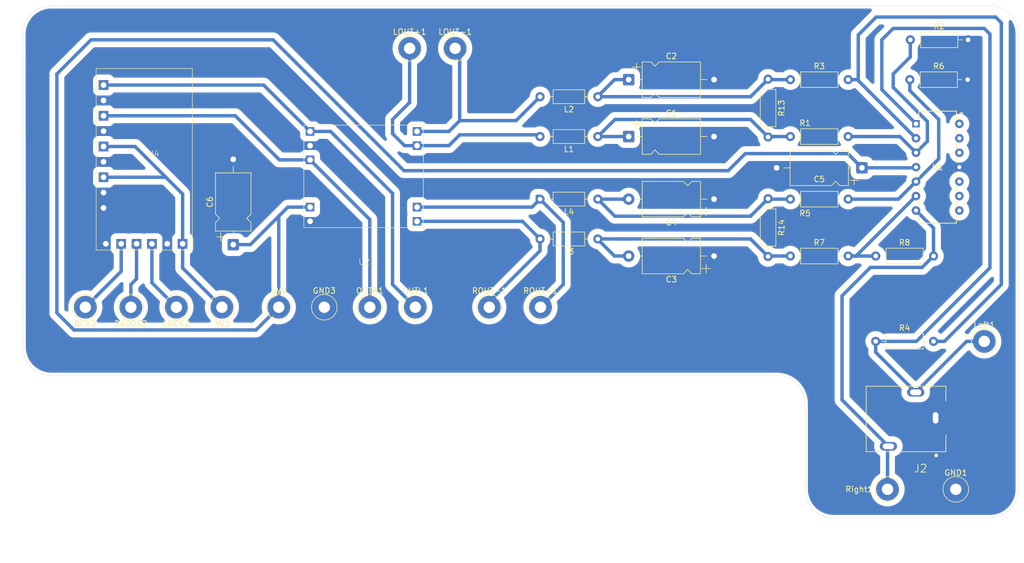
<source format=kicad_pcb>
(kicad_pcb (version 20241229) (generator "pcbnew") (generator_version "9.0")
  (layers (0 "F.Cu" signal) (2 "B.Cu" signal) (13 "F.Paste" user) (15 "B.Paste" user) (5 "F.SilkS" user "F.Silkscreen") (7 "B.SilkS" user "B.Silkscreen") (1 "F.Mask" user) (3 "B.Mask" user) (25 "Edge.Cuts" user))
  (net 0 "")
  (net 1 "BCK")
  (net 2 "GND")
  (net 3 "Net-(C1-Pad1)")
  (net 4 "Net-(C2-Pad1)")
  (net 5 "Net-(C3-Pad2)")
  (net 6 "Net-(C4-Pad2)")
  (net 7 "DADOS")
  (net 8 "Net-(U2-LOUT+)")
  (net 9 "Net-(U2-LOUT-)")
  (net 10 "Net-(U2-ROUT-)")
  (net 11 "Net-(U2-ROUT+)")
  (net 12 "LRCK")
  (net 13 "1IN+")
  (net 14 "1IN-")
  (net 15 "2IN+")
  (net 16 "2IN-")
  (net 17 "L")
  (net 18 "R")
  (net 19 "+5V")
  (net 26 "/OUTR")
  (net 27 "/OUTL")
  (net 28 "+3.3V")
  (footprint "footprintsLM324:N14" (layer "F.Cu") (at 269.62 51)
    (property "Reference" "U1" (at -3.81 -7.62 0) (layer "F.SilkS"))
    (property "Value" "LM324N")
    (fp_line (start -7.112 -17.4625) (end -7.112 -16.22044) (stroke (width 0.1524)) (layer "F.SilkS"))
    (fp_line (start -7.112 -14.25956) (end -7.112 -13.538569) (stroke (width 0.1524)) (layer "F.SilkS"))
    (fp_line (start -7.112 -11.861431) (end -7.112 -10.998569) (stroke (width 0.1524)) (layer "F.SilkS"))
    (fp_line (start -7.112 -9.321431) (end -7.112 -8.458569) (stroke (width 0.1524)) (layer "F.SilkS"))
    (fp_line (start -7.112 -6.781431) (end -7.112 -5.918569) (stroke (width 0.1524)) (layer "F.SilkS"))
    (fp_line (start -7.112 -4.241431) (end -7.112 -3.378569) (stroke (width 0.1524)) (layer "F.SilkS"))
    (fp_line (start -7.112 -1.701431) (end -7.112 -0.838569) (stroke (width 0.1524)) (layer "F.SilkS"))
    (fp_line (start -7.112 0.838569) (end -7.112 2.2225) (stroke (width 0.1524)) (layer "F.SilkS"))
    (fp_line (start -7.112 2.2225) (end -0.508 2.2225) (stroke (width 0.1524)) (layer "F.SilkS"))
    (fp_line (start -0.508 -17.4625) (end -7.112 -17.4625) (stroke (width 0.1524)) (layer "F.SilkS"))
    (fp_line (start -0.508 -16.078569) (end -0.508 -17.4625) (stroke (width 0.1524)) (layer "F.SilkS"))
    (fp_line (start -0.508 -13.538569) (end -0.508 -14.401431) (stroke (width 0.1524)) (layer "F.SilkS"))
    (fp_line (start -0.508 -10.998569) (end -0.508 -11.861431) (stroke (width 0.1524)) (layer "F.SilkS"))
    (fp_line (start -0.508 -8.458569) (end -0.508 -9.321431) (stroke (width 0.1524)) (layer "F.SilkS"))
    (fp_line (start -0.508 -5.918569) (end -0.508 -6.781431) (stroke (width 0.1524)) (layer "F.SilkS"))
    (fp_line (start -0.508 -3.378569) (end -0.508 -4.241431) (stroke (width 0.1524)) (layer "F.SilkS"))
    (fp_line (start -0.508 -0.838569) (end -0.508 -1.701431) (stroke (width 0.1524)) (layer "F.SilkS"))
    (fp_line (start -0.508 2.2225) (end -0.508 0.838569) (stroke (width 0.1524)) (layer "F.SilkS"))
    (fp_arc (start -3.5052 -17.4625) (mid -3.81 -17.1577) (end -4.1148 -17.4625) (stroke (width 0.1524)) (layer "F.SilkS"))
    (fp_text user "*" (at 0.38 -16.770534 0) (layer "F.SilkS"))
    (pad "1" thru_hole rect (at -7.62 -15.24) (size 1.2954 1.2954) (drill 0.7874) (layers "*.Cu" "*.Mask") (net 17 "L"))
    (pad "2" thru_hole circle (at -7.62 -12.7) (size 1.5 1.5) (drill 0.7) (layers "*.Cu" "*.Mask") (net 14 "1IN-"))
    (pad "3" thru_hole circle (at -7.62 -10.16) (size 1.5 1.5) (drill 0.7) (layers "*.Cu" "*.Mask") (net 13 "1IN+"))
    (pad "4" thru_hole circle (at -7.62 -7.62) (size 1.5 1.5) (drill 0.7) (layers "*.Cu" "*.Mask") (net 19 "+5V"))
    (pad "5" thru_hole circle (at -7.62 -5.08) (size 1.5 1.5) (drill 0.7) (layers "*.Cu" "*.Mask") (net 15 "2IN+"))
    (pad "6" thru_hole circle (at -7.62 -2.54) (size 1.5 1.5) (drill 0.7) (layers "*.Cu" "*.Mask") (net 16 "2IN-"))
    (pad "7" thru_hole circle (at -7.62 0) (size 1.5 1.5) (drill 0.7) (layers "*.Cu" "*.Mask") (net 18 "R"))
    (pad "8" thru_hole circle (at 0 0) (size 1.5 1.5) (drill 0.7) (layers "*.Cu" "*.Mask"))
    (pad "9" thru_hole circle (at 0 -2.54) (size 1.5 1.5) (drill 0.7) (layers "*.Cu" "*.Mask"))
    (pad "10" thru_hole circle (at 0 -5.08) (size 1.5 1.5) (drill 0.7) (layers "*.Cu" "*.Mask"))
    (pad "11" thru_hole circle (at 0 -7.62) (size 1.5 1.5) (drill 0.7) (layers "*.Cu" "*.Mask") (net 2 "GND"))
    (pad "12" thru_hole circle (at 0 -10.16) (size 1.5 1.5) (drill 0.7) (layers "*.Cu" "*.Mask"))
    (pad "13" thru_hole circle (at 0 -12.7) (size 1.5 1.5) (drill 0.7) (layers "*.Cu" "*.Mask"))
    (pad "14" thru_hole circle (at 0 -15.24) (size 1.5 1.5) (drill 0.7) (layers "*.Cu" "*.Mask"))
  )
  (footprint "TestPoint:TestPoint_THTPad_D4.0mm_Drill2.0mm" (layer "F.Cu") (at 274 74)
    (property "Reference" "Left1" (at 0 -2.898 0) (layer "F.SilkS"))
    (property "Value" "TestPoint")
    (fp_circle (center 0 0) (end 0 2.25) (stroke (width 0.12)) (fill no) (layer "F.SilkS"))
    (pad "1" thru_hole circle (at 0 0) (size 4 4) (drill 2) (layers "*.Cu" "*.Mask") (net 17 "L"))
  )
  (footprint "TestPoint:TestPoint_THTPad_D4.0mm_Drill2.0mm" (layer "F.Cu") (at 150 68)
    (property "Reference" "5V0" (at 0 -2.898 0) (layer "F.SilkS"))
    (property "Value" "TestPoint")
    (fp_circle (center 0 0) (end 0 2.25) (stroke (width 0.12)) (fill no) (layer "F.SilkS"))
    (pad "1" thru_hole circle (at 0 0) (size 4 4) (drill 2) (layers "*.Cu" "*.Mask") (net 19 "+5V"))
  )
  (footprint "Kicad components:CUI_SJ1-3513N" (layer "F.Cu") (at 265.45 87.4425 180)
    (property "Reference" "J2" (at 2.64776 -8.89831 0) (layer "F.SilkS") (effects (font (size 1.401465 1.401465))))
    (property "Value" "SJ1-3513N")
    (fp_line (start 12.2 5.55) (end -1.8 5.55) (stroke (width 0.127)) (layer "F.SilkS"))
    (fp_line (start 12.2 -5.95) (end 12.2 5.55) (stroke (width 0.127)) (layer "F.SilkS"))
    (fp_line (start -1.8 5.55) (end -1.8 3) (stroke (width 0.127)) (layer "F.SilkS"))
    (fp_line (start -1.8 -3) (end -1.8 -5.95) (stroke (width 0.127)) (layer "F.SilkS"))
    (fp_line (start -1.8 -5.95) (end 12.2 -5.95) (stroke (width 0.127)) (layer "F.SilkS"))
    (fp_circle (center -0.1 -6.6) (end 0.07 -6.6) (stroke (width 0.34)) (fill no) (layer "F.SilkS"))
    (pad "1" thru_hole oval (at 0 0 180) (size 1.508 3.016) (drill oval 1 2) (layers "*.Cu" "*.Mask") (net 2 "GND"))
    (pad "2" thru_hole oval (at 3.5 4.5 180) (size 3.016 1.508) (drill oval 2 1) (layers "*.Cu" "*.Mask") (net 17 "L"))
    (pad "3" thru_hole oval (at 8.3 -5 180) (size 3.016 1.508) (drill oval 2 1) (layers "*.Cu" "*.Mask") (net 18 "R"))
  )
  (footprint "TestPoint:TestPoint_THTPad_D4.0mm_Drill2.0mm" (layer "F.Cu") (at 269 100)
    (property "Reference" "GND1" (at 0 -2.898 0) (layer "F.SilkS"))
    (property "Value" "TestPoint")
    (fp_circle (center 0 0) (end 0 2.25) (stroke (width 0.12)) (fill no) (layer "F.SilkS"))
    (pad "1" thru_hole circle (at 0 0) (size 4 4) (drill 2) (layers "*.Cu" "*.Mask") (net 2 "GND"))
  )
  (footprint "Resistor_THT:R_Axial_DIN0207_L6.3mm_D2.5mm_P10.16mm_Horizontal" (layer "F.Cu") (at 254.92 59)
    (property "Reference" "R8" (at 5.08 -2.37 0) (layer "F.SilkS"))
    (property "Value" "820Ω")
    (fp_line (start 1.04 0) (end 1.81 0) (stroke (width 0.12)) (layer "F.SilkS"))
    (fp_line (start 9.12 0) (end 8.35 0) (stroke (width 0.12)) (layer "F.SilkS"))
    (fp_rect (start 1.81 -1.37) (end 8.35 1.37) (stroke (width 0.12)) (fill no) (layer "F.SilkS"))
    (pad "1" thru_hole circle (at 0 0) (size 1.6 1.6) (drill 0.8) (layers "*.Cu" "*.Mask") (net 16 "2IN-"))
    (pad "2" thru_hole circle (at 10.16 0) (size 1.6 1.6) (drill 0.8) (layers "*.Cu" "*.Mask") (net 18 "R"))
  )
  (footprint "TestPoint:TestPoint_THTPad_D4.0mm_Drill2.0mm" (layer "F.Cu") (at 181 22.5)
    (property "Reference" "LOUT-1" (at 0 -2.898 0) (layer "F.SilkS"))
    (property "Value" "TestPoint")
    (fp_circle (center 0 0) (end 0 2.25) (stroke (width 0.12)) (fill no) (layer "F.SilkS"))
    (pad "1" thru_hole circle (at 0 0) (size 4 4) (drill 2) (layers "*.Cu" "*.Mask") (net 9 "Net-(U2-LOUT-)"))
  )
  (footprint "TestPoint:TestPoint_THTPad_D4.0mm_Drill2.0mm" (layer "F.Cu") (at 132 68 180)
    (property "Reference" "LRCK2" (at 0 -2.898 0) (layer "F.SilkS"))
    (property "Value" "TestPoint")
    (fp_circle (center 0 0) (end 0 2.25) (stroke (width 0.12)) (fill no) (layer "F.SilkS"))
    (pad "1" thru_hole circle (at 0 0 180) (size 4 4) (drill 2) (layers "*.Cu" "*.Mask") (net 12 "LRCK"))
  )
  (footprint "Inductor_THT:L_Axial_L5.3mm_D2.2mm_P10.16mm_Horizontal_Vishay_IM-1" (layer "F.Cu") (at 206.08 31 180)
    (property "Reference" "L2" (at 5.08 -2.22 0) (layer "F.SilkS"))
    (property "Value" "10uH")
    (fp_line (start 9.12 0) (end 7.85 0) (stroke (width 0.12)) (layer "F.SilkS"))
    (fp_line (start 1.04 0) (end 2.31 0) (stroke (width 0.12)) (layer "F.SilkS"))
    (fp_rect (start 2.31 -1.22) (end 7.85 1.22) (stroke (width 0.12)) (fill no) (layer "F.SilkS"))
    (pad "1" thru_hole circle (at 0 0 180) (size 1.6 1.6) (drill 0.8) (layers "*.Cu" "*.Mask") (net 4 "Net-(C2-Pad1)"))
    (pad "2" thru_hole circle (at 10.16 0 180) (size 1.6 1.6) (drill 0.8) (layers "*.Cu" "*.Mask") (net 9 "Net-(U2-LOUT-)"))
  )
  (footprint "Capacitor_THT:CP_Axial_L10.0mm_D6.0mm_P15.00mm_Horizontal" (layer "F.Cu") (at 211.5 38)
    (property "Reference" "C1" (at 7.5 -4.12 0) (layer "F.SilkS"))
    (property "Value" "470nF")
    (fp_line (start 0.63 -2.2) (end 2.13 -2.2) (stroke (width 0.12)) (layer "F.SilkS"))
    (fp_line (start 1.24 0) (end 2.38 0) (stroke (width 0.12)) (layer "F.SilkS"))
    (fp_line (start 1.38 -2.95) (end 1.38 -1.45) (stroke (width 0.12)) (layer "F.SilkS"))
    (fp_line (start 2.38 -3.12) (end 2.38 3.12) (stroke (width 0.12)) (layer "F.SilkS"))
    (fp_line (start 2.38 -3.12) (end 3.88 -3.12) (stroke (width 0.12)) (layer "F.SilkS"))
    (fp_line (start 2.38 3.12) (end 3.88 3.12) (stroke (width 0.12)) (layer "F.SilkS"))
    (fp_line (start 3.88 -3.12) (end 4.63 -2.37) (stroke (width 0.12)) (layer "F.SilkS"))
    (fp_line (start 3.88 3.12) (end 4.63 2.37) (stroke (width 0.12)) (layer "F.SilkS"))
    (fp_line (start 4.63 -2.37) (end 5.38 -3.12) (stroke (width 0.12)) (layer "F.SilkS"))
    (fp_line (start 4.63 2.37) (end 5.38 3.12) (stroke (width 0.12)) (layer "F.SilkS"))
    (fp_line (start 5.38 -3.12) (end 12.62 -3.12) (stroke (width 0.12)) (layer "F.SilkS"))
    (fp_line (start 5.38 3.12) (end 12.62 3.12) (stroke (width 0.12)) (layer "F.SilkS"))
    (fp_line (start 12.62 -3.12) (end 12.62 3.12) (stroke (width 0.12)) (layer "F.SilkS"))
    (fp_line (start 13.76 0) (end 12.62 0) (stroke (width 0.12)) (layer "F.SilkS"))
    (pad "1" thru_hole roundrect (at 0 0) (size 2 2) (drill 1) (layers "*.Cu" "*.Mask") (roundrect_rratio 0.125) (net 3 "Net-(C1-Pad1)"))
    (pad "2" thru_hole circle (at 15 0) (size 2 2) (drill 1) (layers "*.Cu" "*.Mask") (net 2 "GND"))
  )
  (footprint "Capacitor_THT:CP_Axial_L10.0mm_D6.0mm_P15.00mm_Horizontal" (layer "F.Cu") (at 252.5 43.5 180)
    (property "Reference" "C5" (at 7.5 -2 0) (layer "F.SilkS"))
    (property "Value" "100nF")
    (fp_line (start 13.76 0) (end 12.62 0) (stroke (width 0.12)) (layer "F.SilkS"))
    (fp_line (start 12.62 -3.12) (end 12.62 3.12) (stroke (width 0.12)) (layer "F.SilkS"))
    (fp_line (start 5.38 3.12) (end 12.62 3.12) (stroke (width 0.12)) (layer "F.SilkS"))
    (fp_line (start 5.38 -3.12) (end 12.62 -3.12) (stroke (width 0.12)) (layer "F.SilkS"))
    (fp_line (start 4.63 2.37) (end 5.38 3.12) (stroke (width 0.12)) (layer "F.SilkS"))
    (fp_line (start 4.63 -2.37) (end 5.38 -3.12) (stroke (width 0.12)) (layer "F.SilkS"))
    (fp_line (start 3.88 3.12) (end 4.63 2.37) (stroke (width 0.12)) (layer "F.SilkS"))
    (fp_line (start 3.88 -3.12) (end 4.63 -2.37) (stroke (width 0.12)) (layer "F.SilkS"))
    (fp_line (start 2.38 3.12) (end 3.88 3.12) (stroke (width 0.12)) (layer "F.SilkS"))
    (fp_line (start 2.38 -3.12) (end 3.88 -3.12) (stroke (width 0.12)) (layer "F.SilkS"))
    (fp_line (start 2.38 -3.12) (end 2.38 3.12) (stroke (width 0.12)) (layer "F.SilkS"))
    (fp_line (start 1.38 -2.95) (end 1.38 -1.45) (stroke (width 0.12)) (layer "F.SilkS"))
    (fp_line (start 1.24 0) (end 2.38 0) (stroke (width 0.12)) (layer "F.SilkS"))
    (fp_line (start 0.63 -2.2) (end 2.13 -2.2) (stroke (width 0.12)) (layer "F.SilkS"))
    (pad "1" thru_hole roundrect (at 0 0 180) (size 2 2) (drill 1) (layers "*.Cu" "*.Mask") (roundrect_rratio 0.125) (net 19 "+5V"))
    (pad "2" thru_hole circle (at 15 0 180) (size 2 2) (drill 1) (layers "*.Cu" "*.Mask") (net 2 "GND"))
  )
  (footprint "Inductor_THT:L_Axial_L5.3mm_D2.2mm_P10.16mm_Horizontal_Vishay_IM-1" (layer "F.Cu") (at 206.08 49 180)
    (property "Reference" "L4" (at 5.08 -2.22 0) (layer "F.SilkS"))
    (property "Value" "10uH")
    (fp_line (start 9.12 0) (end 7.85 0) (stroke (width 0.12)) (layer "F.SilkS"))
    (fp_line (start 1.04 0) (end 2.31 0) (stroke (width 0.12)) (layer "F.SilkS"))
    (fp_rect (start 2.31 -1.22) (end 7.85 1.22) (stroke (width 0.12)) (fill no) (layer "F.SilkS"))
    (pad "1" thru_hole circle (at 0 0 180) (size 1.6 1.6) (drill 0.8) (layers "*.Cu" "*.Mask") (net 6 "Net-(C4-Pad2)"))
    (pad "2" thru_hole circle (at 10.16 0 180) (size 1.6 1.6) (drill 0.8) (layers "*.Cu" "*.Mask") (net 11 "Net-(U2-ROUT+)"))
  )
  (footprint "Resistor_THT:R_Axial_DIN0207_L6.3mm_D2.5mm_P10.16mm_Horizontal" (layer "F.Cu") (at 239.92 28)
    (property "Reference" "R3" (at 5.08 -2.37 0) (layer "F.SilkS"))
    (property "Value" "10kΩ")
    (fp_line (start 1.04 0) (end 1.81 0) (stroke (width 0.12)) (layer "F.SilkS"))
    (fp_line (start 9.12 0) (end 8.35 0) (stroke (width 0.12)) (layer "F.SilkS"))
    (fp_rect (start 1.81 -1.37) (end 8.35 1.37) (stroke (width 0.12)) (fill no) (layer "F.SilkS"))
    (pad "1" thru_hole circle (at 0 0) (size 1.6 1.6) (drill 0.8) (layers "*.Cu" "*.Mask") (net 4 "Net-(C2-Pad1)"))
    (pad "2" thru_hole circle (at 10.16 0) (size 1.6 1.6) (drill 0.8) (layers "*.Cu" "*.Mask") (net 14 "1IN-"))
  )
  (footprint "Capacitor_THT:CP_Axial_L10.0mm_D6.0mm_P15.00mm_Horizontal" (layer "F.Cu") (at 142 57 90)
    (property "Reference" "C6" (at 7.5 -4.12 90) (layer "F.SilkS"))
    (property "Value" "100nF")
    (fp_line (start 12.62 -3.12) (end 12.62 3.12) (stroke (width 0.12)) (layer "F.SilkS"))
    (fp_line (start 5.38 -3.12) (end 12.62 -3.12) (stroke (width 0.12)) (layer "F.SilkS"))
    (fp_line (start 3.88 -3.12) (end 4.63 -2.37) (stroke (width 0.12)) (layer "F.SilkS"))
    (fp_line (start 2.38 -3.12) (end 3.88 -3.12) (stroke (width 0.12)) (layer "F.SilkS"))
    (fp_line (start 2.38 -3.12) (end 2.38 3.12) (stroke (width 0.12)) (layer "F.SilkS"))
    (fp_line (start 1.38 -2.95) (end 1.38 -1.45) (stroke (width 0.12)) (layer "F.SilkS"))
    (fp_line (start 4.63 -2.37) (end 5.38 -3.12) (stroke (width 0.12)) (layer "F.SilkS"))
    (fp_line (start 0.63 -2.2) (end 2.13 -2.2) (stroke (width 0.12)) (layer "F.SilkS"))
    (fp_line (start 13.76 0) (end 12.62 0) (stroke (width 0.12)) (layer "F.SilkS"))
    (fp_line (start 1.24 0) (end 2.38 0) (stroke (width 0.12)) (layer "F.SilkS"))
    (fp_line (start 4.63 2.37) (end 5.38 3.12) (stroke (width 0.12)) (layer "F.SilkS"))
    (fp_line (start 5.38 3.12) (end 12.62 3.12) (stroke (width 0.12)) (layer "F.SilkS"))
    (fp_line (start 3.88 3.12) (end 4.63 2.37) (stroke (width 0.12)) (layer "F.SilkS"))
    (fp_line (start 2.38 3.12) (end 3.88 3.12) (stroke (width 0.12)) (layer "F.SilkS"))
    (pad "1" thru_hole roundrect (at 0 0 90) (size 2 2) (drill 1) (layers "*.Cu" "*.Mask") (roundrect_rratio 0.125) (net 19 "+5V"))
    (pad "2" thru_hole circle (at 15 0 90) (size 2 2) (drill 1) (layers "*.Cu" "*.Mask") (net 2 "GND"))
  )
  (footprint "TestPoint:TestPoint_THTPad_D4.0mm_Drill2.0mm" (layer "F.Cu") (at 196 68)
    (property "Reference" "ROUT+1" (at 0 -2.898 0) (layer "F.SilkS"))
    (property "Value" "TestPoint")
    (fp_circle (center 0 0) (end 0 2.25) (stroke (width 0.12)) (fill no) (layer "F.SilkS"))
    (pad "1" thru_hole circle (at 0 0) (size 4 4) (drill 2) (layers "*.Cu" "*.Mask") (net 11 "Net-(U2-ROUT+)"))
  )
  (footprint "Resistor_THT:R_Axial_DIN0207_L6.3mm_D2.5mm_P10.16mm_Horizontal" (layer "F.Cu") (at 239.92 38)
    (property "Reference" "R1" (at 2.58 -2.37 0) (layer "F.SilkS"))
    (property "Value" "10kΩ")
    (fp_line (start 1.04 0) (end 1.81 0) (stroke (width 0.12)) (layer "F.SilkS"))
    (fp_line (start 9.12 0) (end 8.35 0) (stroke (width 0.12)) (layer "F.SilkS"))
    (fp_rect (start 1.81 -1.37) (end 8.35 1.37) (stroke (width 0.12)) (fill no) (layer "F.SilkS"))
    (pad "1" thru_hole circle (at 0 0) (size 1.6 1.6) (drill 0.8) (layers "*.Cu" "*.Mask") (net 3 "Net-(C1-Pad1)"))
    (pad "2" thru_hole circle (at 10.16 0) (size 1.6 1.6) (drill 0.8) (layers "*.Cu" "*.Mask") (net 13 "1IN+"))
  )
  (footprint "Resistor_THT:R_Axial_DIN0207_L6.3mm_D2.5mm_P10.16mm_Horizontal" (layer "F.Cu") (at 260.92 28)
    (property "Reference" "R6" (at 5.08 -2.37 0) (layer "F.SilkS"))
    (property "Value" "820Ω")
    (fp_line (start 1.04 0) (end 1.81 0) (stroke (width 0.12)) (layer "F.SilkS"))
    (fp_line (start 9.12 0) (end 8.35 0) (stroke (width 0.12)) (layer "F.SilkS"))
    (fp_rect (start 1.81 -1.37) (end 8.35 1.37) (stroke (width 0.12)) (fill no) (layer "F.SilkS"))
    (pad "1" thru_hole circle (at 0 0) (size 1.6 1.6) (drill 0.8) (layers "*.Cu" "*.Mask") (net 15 "2IN+"))
    (pad "2" thru_hole circle (at 10.16 0) (size 1.6 1.6) (drill 0.8) (layers "*.Cu" "*.Mask") (net 2 "GND"))
  )
  (footprint "Capacitor_THT:CP_Axial_L10.0mm_D6.0mm_P15.00mm_Horizontal" (layer "F.Cu") (at 211.5 28)
    (property "Reference" "C2" (at 7.5 -4.12 0) (layer "F.SilkS"))
    (property "Value" "470nF")
    (fp_line (start 0.63 -2.2) (end 2.13 -2.2) (stroke (width 0.12)) (layer "F.SilkS"))
    (fp_line (start 1.24 0) (end 2.38 0) (stroke (width 0.12)) (layer "F.SilkS"))
    (fp_line (start 1.38 -2.95) (end 1.38 -1.45) (stroke (width 0.12)) (layer "F.SilkS"))
    (fp_line (start 2.38 -3.12) (end 2.38 3.12) (stroke (width 0.12)) (layer "F.SilkS"))
    (fp_line (start 2.38 -3.12) (end 3.88 -3.12) (stroke (width 0.12)) (layer "F.SilkS"))
    (fp_line (start 2.38 3.12) (end 3.88 3.12) (stroke (width 0.12)) (layer "F.SilkS"))
    (fp_line (start 3.88 -3.12) (end 4.63 -2.37) (stroke (width 0.12)) (layer "F.SilkS"))
    (fp_line (start 3.88 3.12) (end 4.63 2.37) (stroke (width 0.12)) (layer "F.SilkS"))
    (fp_line (start 4.63 -2.37) (end 5.38 -3.12) (stroke (width 0.12)) (layer "F.SilkS"))
    (fp_line (start 4.63 2.37) (end 5.38 3.12) (stroke (width 0.12)) (layer "F.SilkS"))
    (fp_line (start 5.38 -3.12) (end 12.62 -3.12) (stroke (width 0.12)) (layer "F.SilkS"))
    (fp_line (start 5.38 3.12) (end 12.62 3.12) (stroke (width 0.12)) (layer "F.SilkS"))
    (fp_line (start 12.62 -3.12) (end 12.62 3.12) (stroke (width 0.12)) (layer "F.SilkS"))
    (fp_line (start 13.76 0) (end 12.62 0) (stroke (width 0.12)) (layer "F.SilkS"))
    (pad "1" thru_hole roundrect (at 0 0) (size 2 2) (drill 1) (layers "*.Cu" "*.Mask") (roundrect_rratio 0.125) (net 4 "Net-(C2-Pad1)"))
    (pad "2" thru_hole circle (at 15 0) (size 2 2) (drill 1) (layers "*.Cu" "*.Mask") (net 2 "GND"))
  )
  (footprint "TestPoint:TestPoint_THTPad_D4.0mm_Drill2.0mm" (layer "F.Cu") (at 257 100)
    (property "Reference" "Right1" (at -5 0 0) (layer "F.SilkS"))
    (property "Value" "TestPoint")
    (fp_circle (center 0 0) (end 0 2.25) (stroke (width 0.12)) (fill no) (layer "F.SilkS"))
    (pad "1" thru_hole circle (at 0 0) (size 4 4) (drill 2) (layers "*.Cu" "*.Mask") (net 18 "R"))
  )
  (footprint "Resistor_THT:R_Axial_DIN0207_L6.3mm_D2.5mm_P10.16mm_Horizontal" (layer "F.Cu") (at 236 27.92 -90)
    (property "Reference" "R13" (at 5.08 -2.37 90) (layer "F.SilkS"))
    (property "Value" "3.9Ω")
    (fp_line (start 1.04 0) (end 1.81 0) (stroke (width 0.12)) (layer "F.SilkS"))
    (fp_line (start 9.12 0) (end 8.35 0) (stroke (width 0.12)) (layer "F.SilkS"))
    (fp_rect (start 1.81 -1.37) (end 8.35 1.37) (stroke (width 0.12)) (fill no) (layer "F.SilkS"))
    (pad "1" thru_hole circle (at 0 0 270) (size 1.6 1.6) (drill 0.8) (layers "*.Cu" "*.Mask") (net 4 "Net-(C2-Pad1)"))
    (pad "2" thru_hole circle (at 10.16 0 270) (size 1.6 1.6) (drill 0.8) (layers "*.Cu" "*.Mask") (net 3 "Net-(C1-Pad1)"))
  )
  (footprint "Inductor_THT:L_Axial_L5.3mm_D2.2mm_P10.16mm_Horizontal_Vishay_IM-1" (layer "F.Cu") (at 206.08 38 180)
    (property "Reference" "L1" (at 5.08 -2.22 0) (layer "F.SilkS"))
    (property "Value" "10uH")
    (fp_line (start 9.12 0) (end 7.85 0) (stroke (width 0.12)) (layer "F.SilkS"))
    (fp_line (start 1.04 0) (end 2.31 0) (stroke (width 0.12)) (layer "F.SilkS"))
    (fp_rect (start 2.31 -1.22) (end 7.85 1.22) (stroke (width 0.12)) (fill no) (layer "F.SilkS"))
    (pad "1" thru_hole circle (at 0 0 180) (size 1.6 1.6) (drill 0.8) (layers "*.Cu" "*.Mask") (net 3 "Net-(C1-Pad1)"))
    (pad "2" thru_hole circle (at 10.16 0 180) (size 1.6 1.6) (drill 0.8) (layers "*.Cu" "*.Mask") (net 8 "Net-(U2-LOUT+)"))
  )
  (footprint "Projeto3:moduloPAM8403" (layer "F.Cu") (at 175.4 45 90)
    (property "Reference" "U2" (at -15 -10.4 0) (layer "F.SilkS") (effects (font (thickness 0.1))))
    (property "Value" "~")
    (fp_rect (start -9 -21) (end 9 0) (stroke (width 0.1)) (fill no) (layer "F.SilkS"))
    (pad "1" thru_hole rect (at 5.4 -1.1 90) (size 1.5 1.5) (drill 1) (property pad_prop_fiducial_glob) (layers "*.Cu" "*.Mask") (net 8 "Net-(U2-LOUT+)"))
    (pad "2" thru_hole rect (at 7.9 -1.1 90) (size 1.5 1.5) (drill 1) (property pad_prop_fiducial_glob) (layers "*.Cu" "*.Mask") (net 9 "Net-(U2-LOUT-)"))
    (pad "3" thru_hole rect (at -7.9 -1.1 90) (size 1.5 1.5) (drill 1) (property pad_prop_fiducial_glob) (layers "*.Cu" "*.Mask") (net 10 "Net-(U2-ROUT-)"))
    (pad "4" thru_hole rect (at -5.4 -1.1 90) (size 1.5 1.5) (drill 1) (property pad_prop_fiducial_glob) (layers "*.Cu" "*.Mask") (net 11 "Net-(U2-ROUT+)"))
    (pad "5" thru_hole rect (at 7.9 -19.9 90) (size 1.5 1.5) (drill 1) (property pad_prop_fiducial_glob) (layers "*.Cu" "*.Mask") (net 27 "/OUTL"))
    (pad "6" thru_hole rect (at 5.4 -19.9 90) (size 1.5 1.5) (drill 1) (property pad_prop_fiducial_glob) (layers "*.Cu" "*.Mask") (net 2 "GND"))
    (pad "7" thru_hole rect (at 2.9 -19.9 90) (size 1.5 1.5) (drill 1) (property pad_prop_fiducial_glob) (layers "*.Cu" "*.Mask") (net 26 "/OUTR"))
    (pad "8" thru_hole rect (at -5.4 -19.9 90) (size 1.5 1.5) (drill 1) (property pad_prop_fiducial_glob) (layers "*.Cu" "*.Mask") (net 19 "+5V"))
    (pad "9" thru_hole rect (at -7.9 -19.9 90) (size 1.5 1.5) (drill 1) (property pad_prop_fiducial_glob) (layers "*.Cu" "*.Mask") (net 2 "GND"))
  )
  (footprint "Capacitor_THT:CP_Axial_L10.0mm_D6.0mm_P15.00mm_Horizontal" (layer "F.Cu") (at 226.5 49 180)
    (property "Reference" "C4" (at 7.5 -4.12 0) (layer "F.SilkS"))
    (property "Value" "470nF")
    (fp_line (start 13.76 0) (end 12.62 0) (stroke (width 0.12)) (layer "F.SilkS"))
    (fp_line (start 12.62 -3.12) (end 12.62 3.12) (stroke (width 0.12)) (layer "F.SilkS"))
    (fp_line (start 5.38 3.12) (end 12.62 3.12) (stroke (width 0.12)) (layer "F.SilkS"))
    (fp_line (start 5.38 -3.12) (end 12.62 -3.12) (stroke (width 0.12)) (layer "F.SilkS"))
    (fp_line (start 4.63 2.37) (end 5.38 3.12) (stroke (width 0.12)) (layer "F.SilkS"))
    (fp_line (start 4.63 -2.37) (end 5.38 -3.12) (stroke (width 0.12)) (layer "F.SilkS"))
    (fp_line (start 3.88 3.12) (end 4.63 2.37) (stroke (width 0.12)) (layer "F.SilkS"))
    (fp_line (start 3.88 -3.12) (end 4.63 -2.37) (stroke (width 0.12)) (layer "F.SilkS"))
    (fp_line (start 2.38 3.12) (end 3.88 3.12) (stroke (width 0.12)) (layer "F.SilkS"))
    (fp_line (start 2.38 -3.12) (end 3.88 -3.12) (stroke (width 0.12)) (layer "F.SilkS"))
    (fp_line (start 2.38 -3.12) (end 2.38 3.12) (stroke (width 0.12)) (layer "F.SilkS"))
    (fp_line (start 1.38 -2.95) (end 1.38 -1.45) (stroke (width 0.12)) (layer "F.SilkS"))
    (fp_line (start 1.24 0) (end 2.38 0) (stroke (width 0.12)) (layer "F.SilkS"))
    (fp_line (start 0.63 -2.2) (end 2.13 -2.2) (stroke (width 0.12)) (layer "F.SilkS"))
    (pad "1" thru_hole roundrect (at 0 0 180) (size 2 2) (drill 1) (layers "*.Cu" "*.Mask") (roundrect_rratio 0.125) (net 2 "GND"))
    (pad "2" thru_hole circle (at 15 0 180) (size 2 2) (drill 1) (layers "*.Cu" "*.Mask") (net 6 "Net-(C4-Pad2)"))
  )
  (footprint "Resistor_THT:R_Axial_DIN0207_L6.3mm_D2.5mm_P10.16mm_Horizontal" (layer "F.Cu") (at 254.92 74)
    (property "Reference" "R4" (at 5.08 -2.37 0) (layer "F.SilkS"))
    (property "Value" "820Ω")
    (fp_line (start 1.04 0) (end 1.81 0) (stroke (width 0.12)) (layer "F.SilkS"))
    (fp_line (start 9.12 0) (end 8.35 0) (stroke (width 0.12)) (layer "F.SilkS"))
    (fp_rect (start 1.81 -1.37) (end 8.35 1.37) (stroke (width 0.12)) (fill no) (layer "F.SilkS"))
    (pad "1" thru_hole circle (at 0 0) (size 1.6 1.6) (drill 0.8) (layers "*.Cu" "*.Mask") (net 17 "L"))
    (pad "2" thru_hole circle (at 10.16 0) (size 1.6 1.6) (drill 0.8) (layers "*.Cu" "*.Mask") (net 14 "1IN-"))
  )
  (footprint "Capacitor_THT:CP_Axial_L10.0mm_D6.0mm_P15.00mm_Horizontal" (layer "F.Cu") (at 226.5 59 180)
    (property "Reference" "C3" (at 7.5 -4.12 0) (layer "F.SilkS"))
    (property "Value" "470nF")
    (fp_line (start 13.76 0) (end 12.62 0) (stroke (width 0.12)) (layer "F.SilkS"))
    (fp_line (start 12.62 -3.12) (end 12.62 3.12) (stroke (width 0.12)) (layer "F.SilkS"))
    (fp_line (start 5.38 3.12) (end 12.62 3.12) (stroke (width 0.12)) (layer "F.SilkS"))
    (fp_line (start 5.38 -3.12) (end 12.62 -3.12) (stroke (width 0.12)) (layer "F.SilkS"))
    (fp_line (start 4.63 2.37) (end 5.38 3.12) (stroke (width 0.12)) (layer "F.SilkS"))
    (fp_line (start 4.63 -2.37) (end 5.38 -3.12) (stroke (width 0.12)) (layer "F.SilkS"))
    (fp_line (start 3.88 3.12) (end 4.63 2.37) (stroke (width 0.12)) (layer "F.SilkS"))
    (fp_line (start 3.88 -3.12) (end 4.63 -2.37) (stroke (width 0.12)) (layer "F.SilkS"))
    (fp_line (start 2.38 3.12) (end 3.88 3.12) (stroke (width 0.12)) (layer "F.SilkS"))
    (fp_line (start 2.38 -3.12) (end 3.88 -3.12) (stroke (width 0.12)) (layer "F.SilkS"))
    (fp_line (start 2.38 -3.12) (end 2.38 3.12) (stroke (width 0.12)) (layer "F.SilkS"))
    (fp_line (start 1.38 -2.95) (end 1.38 -1.45) (stroke (width 0.12)) (layer "F.SilkS"))
    (fp_line (start 1.24 0) (end 2.38 0) (stroke (width 0.12)) (layer "F.SilkS"))
    (fp_line (start 0.63 -2.2) (end 2.13 -2.2) (stroke (width 0.12)) (layer "F.SilkS"))
    (pad "1" thru_hole roundrect (at 0 0 180) (size 2 2) (drill 1) (layers "*.Cu" "*.Mask") (roundrect_rratio 0.125) (net 2 "GND"))
    (pad "2" thru_hole circle (at 15 0 180) (size 2 2) (drill 1) (layers "*.Cu" "*.Mask") (net 5 "Net-(C3-Pad2)"))
  )
  (footprint "Inductor_THT:L_Axial_L5.3mm_D2.2mm_P10.16mm_Horizontal_Vishay_IM-1" (layer "F.Cu") (at 206.08 56 180)
    (property "Reference" "L3" (at 5.08 -2.22 0) (layer "F.SilkS"))
    (property "Value" "10uH")
    (fp_line (start 9.12 0) (end 7.85 0) (stroke (width 0.12)) (layer "F.SilkS"))
    (fp_line (start 1.04 0) (end 2.31 0) (stroke (width 0.12)) (layer "F.SilkS"))
    (fp_rect (start 2.31 -1.22) (end 7.85 1.22) (stroke (width 0.12)) (fill no) (layer "F.SilkS"))
    (pad "1" thru_hole circle (at 0 0 180) (size 1.6 1.6) (drill 0.8) (layers "*.Cu" "*.Mask") (net 5 "Net-(C3-Pad2)"))
    (pad "2" thru_hole circle (at 10.16 0 180) (size 1.6 1.6) (drill 0.8) (layers "*.Cu" "*.Mask") (net 10 "Net-(U2-ROUT-)"))
  )
  (footprint "Projeto3:moduloPCM5102" (layer "F.Cu") (at 137.9 47.95 90)
    (property "Reference" "U4" (at 6.95 -9.9 0) (layer "F.SilkS") (effects (font (thickness 0.1))))
    (property "Value" "~")
    (fp_rect (start -10 -20) (end 21.9 -3.1) (stroke (width 0.1)) (fill no) (layer "F.SilkS"))
    (pad "1" thru_hole rect (at -8.9 -4.8 90) (size 1.7 1.7) (drill 1) (layers "*.Cu" "*.Mask") (net 28 "+3.3V"))
    (pad "2" thru_hole rect (at -8.9 -7.5 90) (size 1.7 1.7) (drill 1) (layers "*.Cu" "*.Mask") (net 2 "GND"))
    (pad "3" thru_hole rect (at -8.9 -10.2 90) (size 1.7 1.7) (drill 1) (layers "*.Cu" "*.Mask") (net 12 "LRCK"))
    (pad "4" thru_hole rect (at -8.9 -12.9 90) (size 1.7 1.7) (drill 1) (layers "*.Cu" "*.Mask") (net 7 "DADOS"))
    (pad "5" thru_hole rect (at -8.9 -15.6 90) (size 1.7 1.7) (drill 1) (layers "*.Cu" "*.Mask") (net 1 "BCK"))
    (pad "6" thru_hole rect (at -8.9 -18.3 90) (size 1.7 1.7) (drill 1) (layers "*.Cu" "*.Mask") (net 2 "GND"))
    (pad "7" thru_hole rect (at -2.6 -18.7 180) (size 1.7 1.7) (drill 1) (layers "*.Cu" "*.Mask") (net 2 "GND"))
    (pad "8" thru_hole rect (at 0.1 -18.7 180) (size 1.7 1.7) (drill 1) (layers "*.Cu" "*.Mask") (net 2 "GND"))
    (pad "9" thru_hole rect (at 2.8 -18.7 180) (size 1.7 1.7) (drill 1) (layers "*.Cu" "*.Mask") (net 28 "+3.3V"))
    (pad "10" thru_hole rect (at 5.5 -18.7 180) (size 1.7 1.7) (drill 1) (layers "*.Cu" "*.Mask") (net 2 "GND"))
    (pad "11" thru_hole rect (at 8.2 -18.7 180) (size 1.7 1.7) (drill 1) (layers "*.Cu" "*.Mask") (net 28 "+3.3V"))
    (pad "12" thru_hole rect (at 10.9 -18.7 180) (size 1.7 1.7) (drill 1) (layers "*.Cu" "*.Mask") (net 2 "GND"))
    (pad "13" thru_hole rect (at 13.6 -18.7 180) (size 1.7 1.7) (drill 1) (layers "*.Cu" "*.Mask") (net 26 "/OUTR"))
    (pad "14" thru_hole rect (at 16.3 -18.7 180) (size 1.7 1.7) (drill 1) (layers "*.Cu" "*.Mask") (net 2 "GND"))
    (pad "15" thru_hole rect (at 19 -18.7 180) (size 1.7 1.7) (drill 1) (layers "*.Cu" "*.Mask") (net 27 "/OUTL"))
  )
  (footprint "TestPoint:TestPoint_THTPad_D4.0mm_Drill2.0mm" (layer "F.Cu") (at 173 22.5)
    (property "Reference" "LOUT+1" (at 0 -2.898 0) (layer "F.SilkS"))
    (property "Value" "TestPoint")
    (fp_circle (center 0 0) (end 0 2.25) (stroke (width 0.12)) (fill no) (layer "F.SilkS"))
    (pad "1" thru_hole circle (at 0 0) (size 4 4) (drill 2) (layers "*.Cu" "*.Mask") (net 8 "Net-(U2-LOUT+)"))
  )
  (footprint "TestPoint:TestPoint_THTPad_D4.0mm_Drill2.0mm" (layer "F.Cu") (at 140 68)
    (property "Reference" "3V3" (at 0 3 0) (layer "F.SilkS"))
    (property "Value" "TestPoint")
    (fp_circle (center 0 0) (end 0 2.25) (stroke (width 0.12)) (fill no) (layer "F.SilkS"))
    (pad "1" thru_hole circle (at 0 0) (size 4 4) (drill 2) (layers "*.Cu" "*.Mask") (net 28 "+3.3V"))
  )
  (footprint "TestPoint:TestPoint_THTPad_D4.0mm_Drill2.0mm" (layer "F.Cu") (at 158 68)
    (property "Reference" "GND3" (at 0 -2.898 0) (layer "F.SilkS"))
    (property "Value" "TestPoint")
    (fp_circle (center 0 0) (end 0 2.25) (stroke (width 0.12)) (fill no) (layer "F.SilkS"))
    (pad "1" thru_hole circle (at 0 0) (size 4 4) (drill 2) (layers "*.Cu" "*.Mask") (net 2 "GND"))
  )
  (footprint "Resistor_THT:R_Axial_DIN0207_L6.3mm_D2.5mm_P10.16mm_Horizontal" (layer "F.Cu") (at 261 21)
    (property "Reference" "R2" (at 5.08 -2.37 0) (layer "F.SilkS"))
    (property "Value" "820Ω")
    (fp_line (start 1.04 0) (end 1.81 0) (stroke (width 0.12)) (layer "F.SilkS"))
    (fp_line (start 9.12 0) (end 8.35 0) (stroke (width 0.12)) (layer "F.SilkS"))
    (fp_rect (start 1.81 -1.37) (end 8.35 1.37) (stroke (width 0.12)) (fill no) (layer "F.SilkS"))
    (pad "1" thru_hole circle (at 0 0) (size 1.6 1.6) (drill 0.8) (layers "*.Cu" "*.Mask") (net 13 "1IN+"))
    (pad "2" thru_hole circle (at 10.16 0) (size 1.6 1.6) (drill 0.8) (layers "*.Cu" "*.Mask") (net 2 "GND"))
  )
  (footprint "TestPoint:TestPoint_THTPad_D4.0mm_Drill2.0mm" (layer "F.Cu") (at 124 68 180)
    (property "Reference" "DADOS2" (at 0 -2.898 0) (layer "F.SilkS"))
    (property "Value" "TestPoint")
    (fp_circle (center 0 0) (end 0 2.25) (stroke (width 0.12)) (fill no) (layer "F.SilkS"))
    (pad "1" thru_hole circle (at 0 0 180) (size 4 4) (drill 2) (layers "*.Cu" "*.Mask") (net 7 "DADOS"))
  )
  (footprint "TestPoint:TestPoint_THTPad_D4.0mm_Drill2.0mm" (layer "F.Cu") (at 187 68)
    (property "Reference" "ROUT-1" (at 0 -2.898 0) (layer "F.SilkS"))
    (property "Value" "TestPoint")
    (fp_circle (center 0 0) (end 0 2.25) (stroke (width 0.12)) (fill no) (layer "F.SilkS"))
    (pad "1" thru_hole circle (at 0 0) (size 4 4) (drill 2) (layers "*.Cu" "*.Mask") (net 10 "Net-(U2-ROUT-)"))
  )
  (footprint "TestPoint:TestPoint_THTPad_D4.0mm_Drill2.0mm" (layer "F.Cu") (at 166 68)
    (property "Reference" "OUTR1" (at 0 -2.898 0) (layer "F.SilkS"))
    (property "Value" "TestPoint")
    (fp_circle (center 0 0) (end 0 2.25) (stroke (width 0.12)) (fill no) (layer "F.SilkS"))
    (pad "1" thru_hole circle (at 0 0) (size 4 4) (drill 2) (layers "*.Cu" "*.Mask") (net 26 "/OUTR"))
  )
  (footprint "Resistor_THT:R_Axial_DIN0207_L6.3mm_D2.5mm_P10.16mm_Horizontal" (layer "F.Cu") (at 239.92 59)
    (property "Reference" "R7" (at 5.08 -2.37 0) (layer "F.SilkS"))
    (property "Value" "10kΩ")
    (fp_line (start 1.04 0) (end 1.81 0) (stroke (width 0.12)) (layer "F.SilkS"))
    (fp_line (start 9.12 0) (end 8.35 0) (stroke (width 0.12)) (layer "F.SilkS"))
    (fp_rect (start 1.81 -1.37) (end 8.35 1.37) (stroke (width 0.12)) (fill no) (layer "F.SilkS"))
    (pad "1" thru_hole circle (at 0 0) (size 1.6 1.6) (drill 0.8) (layers "*.Cu" "*.Mask") (net 5 "Net-(C3-Pad2)"))
    (pad "2" thru_hole circle (at 10.16 0) (size 1.6 1.6) (drill 0.8) (layers "*.Cu" "*.Mask") (net 16 "2IN-"))
  )
  (footprint "TestPoint:TestPoint_THTPad_D4.0mm_Drill2.0mm" (layer "F.Cu") (at 116 68 180)
    (property "Reference" "BCK2" (at 0 -2.898 0) (layer "F.SilkS"))
    (property "Value" "TestPoint")
    (fp_circle (center 0 0) (end 0 2.25) (stroke (width 0.12)) (fill no) (layer "F.SilkS"))
    (pad "1" thru_hole circle (at 0 0 180) (size 4 4) (drill 2) (layers "*.Cu" "*.Mask") (net 1 "BCK"))
  )
  (footprint "Resistor_THT:R_Axial_DIN0207_L6.3mm_D2.5mm_P10.16mm_Horizontal" (layer "F.Cu") (at 239.92 49)
    (property "Reference" "R5" (at 2.58 2.5 0) (layer "F.SilkS"))
    (property "Value" "10kΩ")
    (fp_line (start 1.04 0) (end 1.81 0) (stroke (width 0.12)) (layer "F.SilkS"))
    (fp_line (start 9.12 0) (end 8.35 0) (stroke (width 0.12)) (layer "F.SilkS"))
    (fp_rect (start 1.81 -1.37) (end 8.35 1.37) (stroke (width 0.12)) (fill no) (layer "F.SilkS"))
    (pad "1" thru_hole circle (at 0 0) (size 1.6 1.6) (drill 0.8) (layers "*.Cu" "*.Mask") (net 6 "Net-(C4-Pad2)"))
    (pad "2" thru_hole circle (at 10.16 0) (size 1.6 1.6) (drill 0.8) (layers "*.Cu" "*.Mask") (net 15 "2IN+"))
  )
  (footprint "Resistor_THT:R_Axial_DIN0207_L6.3mm_D2.5mm_P10.16mm_Horizontal" (layer "F.Cu") (at 236 48.92 -90)
    (property "Reference" "R14" (at 5.08 -2.37 90) (layer "F.SilkS"))
    (property "Value" "3.9Ω")
    (fp_line (start 1.04 0) (end 1.81 0) (stroke (width 0.12)) (layer "F.SilkS"))
    (fp_line (start 9.12 0) (end 8.35 0) (stroke (width 0.12)) (layer "F.SilkS"))
    (fp_rect (start 1.81 -1.37) (end 8.35 1.37) (stroke (width 0.12)) (fill no) (layer "F.SilkS"))
    (pad "1" thru_hole circle (at 0 0 270) (size 1.6 1.6) (drill 0.8) (layers "*.Cu" "*.Mask") (net 6 "Net-(C4-Pad2)"))
    (pad "2" thru_hole circle (at 10.16 0 270) (size 1.6 1.6) (drill 0.8) (layers "*.Cu" "*.Mask") (net 5 "Net-(C3-Pad2)"))
  )
  (footprint "TestPoint:TestPoint_THTPad_D4.0mm_Drill2.0mm" (layer "F.Cu") (at 174 68)
    (property "Reference" "OUTL1" (at 0 -2.898 0) (layer "F.SilkS"))
    (property "Value" "TestPoint")
    (fp_circle (center 0 0) (end 0 2.25) (stroke (width 0.12)) (fill no) (layer "F.SilkS"))
    (pad "1" thru_hole circle (at 0 0) (size 4 4) (drill 2) (layers "*.Cu" "*.Mask") (net 27 "/OUTL"))
  )
  (gr_line (start 105 20) (end 105.035534 75) (stroke (width 0.05)) (layer "Edge.Cuts"))
  (gr_arc (start 280 100) (mid 278.535534 103.535534) (end 275 105) (stroke (width 0.05)) (layer "Edge.Cuts"))
  (gr_line (start 242.5 85) (end 242.5 100) (stroke (width 0.05)) (layer "Edge.Cuts"))
  (gr_arc (start 247.5 105) (mid 243.964466 103.535534) (end 242.5 100) (stroke (width 0.05)) (layer "Edge.Cuts"))
  (gr_arc (start 110 80) (mid 106.48737 78.523038) (end 105.035408 75) (stroke (width 0.05)) (layer "Edge.Cuts"))
  (gr_arc (start 105 20) (mid 106.464466 16.464466) (end 110 15) (stroke (width 0.05)) (layer "Edge.Cuts"))
  (gr_line (start 280 100) (end 280 20) (stroke (width 0.05)) (layer "Edge.Cuts"))
  (gr_line (start 275 15) (end 110 15) (stroke (width 0.05)) (layer "Edge.Cuts"))
  (gr_arc (start 275 15) (mid 278.535534 16.464466) (end 280 20) (stroke (width 0.05)) (layer "Edge.Cuts"))
  (gr_line (start 247.5 105) (end 275 105) (stroke (width 0.05)) (layer "Edge.Cuts"))
  (gr_line (start 110 80) (end 237.5 80) (stroke (width 0.05)) (layer "Edge.Cuts"))
  (gr_arc (start 237.5 80) (mid 241.035534 81.464466) (end 242.5 85) (stroke (width 0.05)) (layer "Edge.Cuts"))
  (segment (start 122.3 61.7) (end 122.3 56.85) (width 0.6) (layer "B.Cu") (net 1))
  (segment (start 116 68) (end 122.3 61.7) (width 0.6) (layer "B.Cu") (net 1))
  (segment (start 232.92 35) (end 236 38.08) (width 0.6) (layer "B.Cu") (net 3))
  (segment (start 206.08 38) (end 211.5 38) (width 0.6) (layer "B.Cu") (net 3))
  (segment (start 206.08 38) (end 209.08 35) (width 0.6) (layer "B.Cu") (net 3))
  (segment (start 209.08 35) (end 232.92 35) (width 0.6) (layer "B.Cu") (net 3))
  (segment (start 239.92 38) (end 236.08 38) (width 0.6) (layer "B.Cu") (net 3))
  (segment (start 236.08 38) (end 236 38.08) (width 0.6) (layer "B.Cu") (net 3))
  (segment (start 206.08 30.92) (end 209 28) (width 0.6) (layer "B.Cu") (net 4))
  (segment (start 236.08 28) (end 236 27.92) (width 0.6) (layer "B.Cu") (net 4))
  (segment (start 206.08 31) (end 206.08 30.92) (width 0.6) (layer "B.Cu") (net 4))
  (segment (start 206.08 31) (end 232.92 31) (width 0.6) (layer "B.Cu") (net 4))
  (segment (start 232.92 31) (end 236 27.92) (width 0.6) (layer "B.Cu") (net 4))
  (segment (start 239.92 28) (end 236.08 28) (width 0.6) (layer "B.Cu") (net 4))
  (segment (start 209 28) (end 211.5 28) (width 0.6) (layer "B.Cu") (net 4))
  (segment (start 209 59) (end 211.5 59) (width 0.6) (layer "B.Cu") (net 5))
  (segment (start 239.92 59) (end 236.08 59) (width 0.6) (layer "B.Cu") (net 5))
  (segment (start 206.08 56.08) (end 209 59) (width 0.6) (layer "B.Cu") (net 5))
  (segment (start 206.08 56) (end 232.92 56) (width 0.6) (layer "B.Cu") (net 5))
  (segment (start 206.08 56) (end 206.08 56.08) (width 0.6) (layer "B.Cu") (net 5))
  (segment (start 236.08 59) (end 236 59.08) (width 0.6) (layer "B.Cu") (net 5))
  (segment (start 232.92 56) (end 236 59.08) (width 0.6) (layer "B.Cu") (net 5))
  (segment (start 209.08 52) (end 232.92 52) (width 0.6) (layer "B.Cu") (net 6))
  (segment (start 236.08 49) (end 236 48.92) (width 0.6) (layer "B.Cu") (net 6))
  (segment (start 232.92 52) (end 236 48.92) (width 0.6) (layer "B.Cu") (net 6))
  (segment (start 212 49) (end 206.08 49) (width 0.6) (layer "B.Cu") (net 6))
  (segment (start 239.92 49) (end 236.08 49) (width 0.6) (layer "B.Cu") (net 6))
  (segment (start 206.08 49) (end 209.08 52) (width 0.6) (layer "B.Cu") (net 6))
  (segment (start 125 63) (end 125 56.85) (width 0.6) (layer "B.Cu") (net 7))
  (segment (start 124 64) (end 125 63) (width 0.6) (layer "B.Cu") (net 7))
  (segment (start 124 68) (end 124 64) (width 0.6) (layer "B.Cu") (net 7))
  (segment (start 125 67) (end 124 68) (width 0.6) (layer "B.Cu") (net 7))
  (segment (start 170 35) (end 173 32) (width 0.6) (layer "B.Cu") (net 8))
  (segment (start 174.3 39.6) (end 179.9 39.6) (width 0.6) (layer "B.Cu") (net 8))
  (segment (start 172.1 39.6) (end 170 37.5) (width 0.6) (layer "B.Cu") (net 8))
  (segment (start 195.62 37.7) (end 195.92 38) (width 0.6) (layer "B.Cu") (net 8))
  (segment (start 174.3 39.6) (end 172.1 39.6) (width 0.6) (layer "B.Cu") (net 8))
  (segment (start 181.8 37.7) (end 195.62 37.7) (width 0.6) (layer "B.Cu") (net 8))
  (segment (start 179.9 39.6) (end 181.8 37.7) (width 0.6) (layer "B.Cu") (net 8))
  (segment (start 173 32) (end 173 22.5) (width 0.6) (layer "B.Cu") (net 8))
  (segment (start 170 37.5) (end 170 35) (width 0.6) (layer "B.Cu") (net 8))
  (segment (start 181.8 35.2) (end 181.8 23.3) (width 0.6) (layer "B.Cu") (net 9))
  (segment (start 174.3 37.1) (end 179.9 37.1) (width 0.6) (layer "B.Cu") (net 9))
  (segment (start 191.72 35.2) (end 195.92 31) (width 0.6) (layer "B.Cu") (net 9))
  (segment (start 179.9 37.1) (end 181.8 35.2) (width 0.6) (layer "B.Cu") (net 9))
  (segment (start 181.8 35.2) (end 191.72 35.2) (width 0.6) (layer "B.Cu") (net 9))
  (segment (start 195.92 58.08) (end 195.92 56) (width 0.6) (layer "B.Cu") (net 10))
  (segment (start 192.82 52.9) (end 195.92 56) (width 0.6) (layer "B.Cu") (net 10))
  (segment (start 174.3 52.9) (end 192.82 52.9) (width 0.6) (layer "B.Cu") (net 10))
  (segment (start 187 67) (end 195.92 58.08) (width 0.6) (layer "B.Cu") (net 10))
  (segment (start 174.3 50.4) (end 194.52 50.4) (width 0.6) (layer "B.Cu") (net 11))
  (segment (start 195.92 49) (end 200 53.08) (width 0.6) (layer "B.Cu") (net 11))
  (segment (start 200 64) (end 196 68) (width 0.6) (layer "B.Cu") (net 11))
  (segment (start 195.42 48.5) (end 195.92 49) (width 0.6) (layer "B.Cu") (net 11))
  (segment (start 194.52 50.4) (end 195.92 49) (width 0.6) (layer "B.Cu") (net 11))
  (segment (start 200 53.08) (end 200 64) (width 0.6) (layer "B.Cu") (net 11))
  (segment (start 127.7 63.7) (end 127.7 56.85) (width 0.6) (layer "B.Cu") (net 12))
  (segment (start 132 68) (end 127.7 63.7) (width 0.6) (layer "B.Cu") (net 12))
  (segment (start 261 24) (end 258 27) (width 0.6) (layer "B.Cu") (net 13))
  (segment (start 264 35.3626) (end 264 38.84) (width 0.6) (layer "B.Cu") (net 13))
  (segment (start 258 27) (end 258 29.3626) (width 0.6) (layer "B.Cu") (net 13))
  (segment (start 259.16 38) (end 262 40.84) (width 0.6) (layer "B.Cu") (net 13))
  (segment (start 258 29.3626) (end 264 35.3626) (width 0.6) (layer "B.Cu") (net 13))
  (segment (start 250.08 38) (end 259.16 38) (width 0.6) (layer "B.Cu") (net 13))
  (segment (start 261 21) (end 261 24) (width 0.6) (layer "B.Cu") (net 13))
  (segment (start 264 38.84) (end 262 40.84) (width 0.6) (layer "B.Cu") (net 13))
  (segment (start 277 64) (end 277 18) (width 0.6) (layer "B.Cu") (net 14))
  (segment (start 251.85 28.15) (end 262 38.3) (width 0.6) (layer "B.Cu") (net 14))
  (segment (start 267 74) (end 277 64) (width 0.6) (layer "B.Cu") (net 14))
  (segment (start 255 17) (end 251.85 20.15) (width 0.6) (layer "B.Cu") (net 14))
  (segment (start 251.85 20.15) (end 251.85 28.15) (width 0.6) (layer "B.Cu") (net 14))
  (segment (start 251.7 28) (end 251.85 28.15) (width 0.6) (layer "B.Cu") (net 14))
  (segment (start 265.08 74) (end 267 74) (width 0.6) (layer "B.Cu") (net 14))
  (segment (start 276 17) (end 255 17) (width 0.6) (layer "B.Cu") (net 14))
  (segment (start 277 18) (end 276 17) (width 0.6) (layer "B.Cu") (net 14))
  (segment (start 250.08 28) (end 251.7 28) (width 0.6) (layer "B.Cu") (net 14))
  (segment (start 258.92 49) (end 262 45.92) (width 0.6) (layer "B.Cu") (net 15))
  (segment (start 260.92 29.92) (end 266 35) (width 0.6) (layer "B.Cu") (net 15))
  (segment (start 260.92 28) (end 260.92 29.92) (width 0.6) (layer "B.Cu") (net 15))
  (segment (start 266 41.92) (end 262 45.92) (width 0.6) (layer "B.Cu") (net 15))
  (segment (start 250.08 49) (end 258.92 49) (width 0.6) (layer "B.Cu") (net 15))
  (segment (start 266 35) (end 266 41.92) (width 0.6) (layer "B.Cu") (net 15))
  (segment (start 254.92 59) (end 250.08 59) (width 0.6) (layer "B.Cu") (net 16))
  (segment (start 251.46 59) (end 262 48.46) (width 0.6) (layer "B.Cu") (net 16))
  (segment (start 250.08 59) (end 251.46 59) (width 0.6) (layer "B.Cu") (net 16))
  (segment (start 256 21) (end 256 29.76) (width 0.6) (layer "B.Cu") (net 17))
  (segment (start 274 74) (end 270.8925 74) (width 0.6) (layer "B.Cu") (net 17))
  (segment (start 275 20) (end 274 19) (width 0.6) (layer "B.Cu") (net 17))
  (segment (start 275 61.08) (end 262.08 74) (width 0.6) (layer "B.Cu") (net 17))
  (segment (start 270.8925 74) (end 261.95 82.9425) (width 0.6) (layer "B.Cu") (net 17))
  (segment (start 258 19) (end 256 21) (width 0.6) (layer "B.Cu") (net 17))
  (segment (start 254.92 75.9125) (end 261.95 82.9425) (width 0.6) (layer "B.Cu") (net 17))
  (segment (start 274 19) (end 258 19) (width 0.6) (layer "B.Cu") (net 17))
  (segment (start 275 61.08) (end 275 20) (width 0.6) (layer "B.Cu") (net 17))
  (segment (start 254.92 74) (end 254.92 75.9125) (width 0.6) (layer "B.Cu") (net 17))
  (segment (start 262.08 74) (end 254.92 74) (width 0.6) (layer "B.Cu") (net 17))
  (segment (start 256 29.76) (end 262 35.76) (width 0.6) (layer "B.Cu") (net 17))
  (segment (start 265.08 59) (end 265.08 54.08) (width 0.6) (layer "B.Cu") (net 18))
  (segment (start 265.08 54.08) (end 262 51) (width 0.6) (layer "B.Cu") (net 18))
  (segment (start 249 84.2925) (end 257.15 92.4425) (width 0.6) (layer "B.Cu") (net 18))
  (segment (start 257 92.5925) (end 257.15 92.4425) (width 0.6) (layer "B.Cu") (net 18))
  (segment (start 249 66) (end 249 84.2925) (width 0.6) (layer "B.Cu") (net 18))
  (segment (start 263.08 61) (end 265.08 59) (width 0.6) (layer "B.Cu") (net 18))
  (segment (start 254 61) (end 249 66) (width 0.6) (layer "B.Cu") (net 18))
  (segment (start 257 100) (end 257 92.5925) (width 0.6) (layer "B.Cu") (net 18))
  (segment (start 262.08 51) (end 262 51) (width 0.6) (layer "B.Cu") (net 18))
  (segment (start 254 61) (end 263.08 61) (width 0.6) (layer "B.Cu") (net 18))
  (segment (start 149 21) (end 117 21) (width 0.6) (layer "B.Cu") (net 19))
  (segment (start 151.6 50.4) (end 155.5 50.4) (width 0.6) (layer "B.Cu") (net 19))
  (segment (start 250 41) (end 232 41) (width 0.6) (layer "B.Cu") (net 19))
  (segment (start 117 21) (end 111 27) (width 0.6) (layer "B.Cu") (net 19))
  (segment (start 172 44) (end 149 21) (width 0.6) (layer "B.Cu") (net 19))
  (segment (start 111 27) (end 111 69) (width 0.6) (layer "B.Cu") (net 19))
  (segment (start 232 41) (end 229 44) (width 0.6) (layer "B.Cu") (net 19))
  (segment (start 252.5 43.5) (end 250 41) (width 0.6) (layer "B.Cu") (net 19))
  (segment (start 253 43.5) (end 261.88 43.5) (width 0.6) (layer "B.Cu") (net 19))
  (segment (start 261.88 43.5) (end 262 43.38) (width 0.6) (layer "B.Cu") (net 19))
  (segment (start 111 69) (end 114 72) (width 0.6) (layer "B.Cu") (net 19))
  (segment (start 150 52) (end 151.6 50.4) (width 0.6) (layer "B.Cu") (net 19))
  (segment (start 146 72) (end 150 68) (width 0.6) (layer "B.Cu") (net 19))
  (segment (start 150 52) (end 145 57) (width 0.6) (layer "B.Cu") (net 19))
  (segment (start 229 44) (end 172 44) (width 0.6) (layer "B.Cu") (net 19))
  (segment (start 114 72) (end 146 72) (width 0.6) (layer "B.Cu") (net 19))
  (segment (start 145 57) (end 142 57) (width 0.6) (layer "B.Cu") (net 19))
  (segment (start 150 68) (end 150 52) (width 0.6) (layer "B.Cu") (net 19))
  (segment (start 150.1 42.1) (end 155.5 42.1) (width 0.6) (layer "B.Cu") (net 26))
  (segment (start 142.35 34.35) (end 150.1 42.1) (width 0.6) (layer "B.Cu") (net 26))
  (segment (start 166 68) (end 166 52.6) (width 0.6) (layer "B.Cu") (net 26))
  (segment (start 166 52.6) (end 155.5 42.1) (width 0.6) (layer "B.Cu") (net 26))
  (segment (start 119.2 34.35) (end 142.35 34.35) (width 0.6) (layer "B.Cu") (net 26))
  (segment (start 155.5 37.1) (end 159.1 37.1) (width 0.6) (layer "B.Cu") (net 27))
  (segment (start 147.35 28.95) (end 155.5 37.1) (width 0.6) (layer "B.Cu") (net 27))
  (segment (start 119.2 28.95) (end 147.35 28.95) (width 0.6) (layer "B.Cu") (net 27))
  (segment (start 170 64) (end 174 68) (width 0.6) (layer "B.Cu") (net 27))
  (segment (start 159.1 37.1) (end 170 48) (width 0.6) (layer "B.Cu") (net 27))
  (segment (start 170 48) (end 170 64) (width 0.6) (layer "B.Cu") (net 27))
  (segment (start 133.1 61.1) (end 133.1 56.85) (width 0.6) (layer "B.Cu") (net 28))
  (segment (start 119.2 45.15) (end 130.15 45.15) (width 0.6) (layer "B.Cu") (net 28))
  (segment (start 130.15 45.15) (end 133.1 48.1) (width 0.6) (layer "B.Cu") (net 28))
  (segment (start 119.2 39.75) (end 124.75 39.75) (width 0.6) (layer "B.Cu") (net 28))
  (segment (start 124.75 39.75) (end 130.15 45.15) (width 0.6) (layer "B.Cu") (net 28))
  (segment (start 133.1 48.1) (end 133.1 56.85) (width 0.6) (layer "B.Cu") (net 28))
  (segment (start 140 68) (end 140 67) (width 0.6) (layer "B.Cu") (net 28))
  (segment (start 140 68) (end 133.1 61.1) (width 0.6) (layer "B.Cu") (net 28))
  (zone (net 2) (net_name "GND") (layer "B.Cu") (connect_pads yes (clearance 1)) (min_thickness 0.6) (fill yes (thermal_gap 0.6) (thermal_bridge_width 0.6) (island_removal_mode 2) (island_area_min 10))
    (polygon (pts (xy 101 14) (xy 281 14) (xy 281 113) (xy 101 113)))
  )
)
</source>
